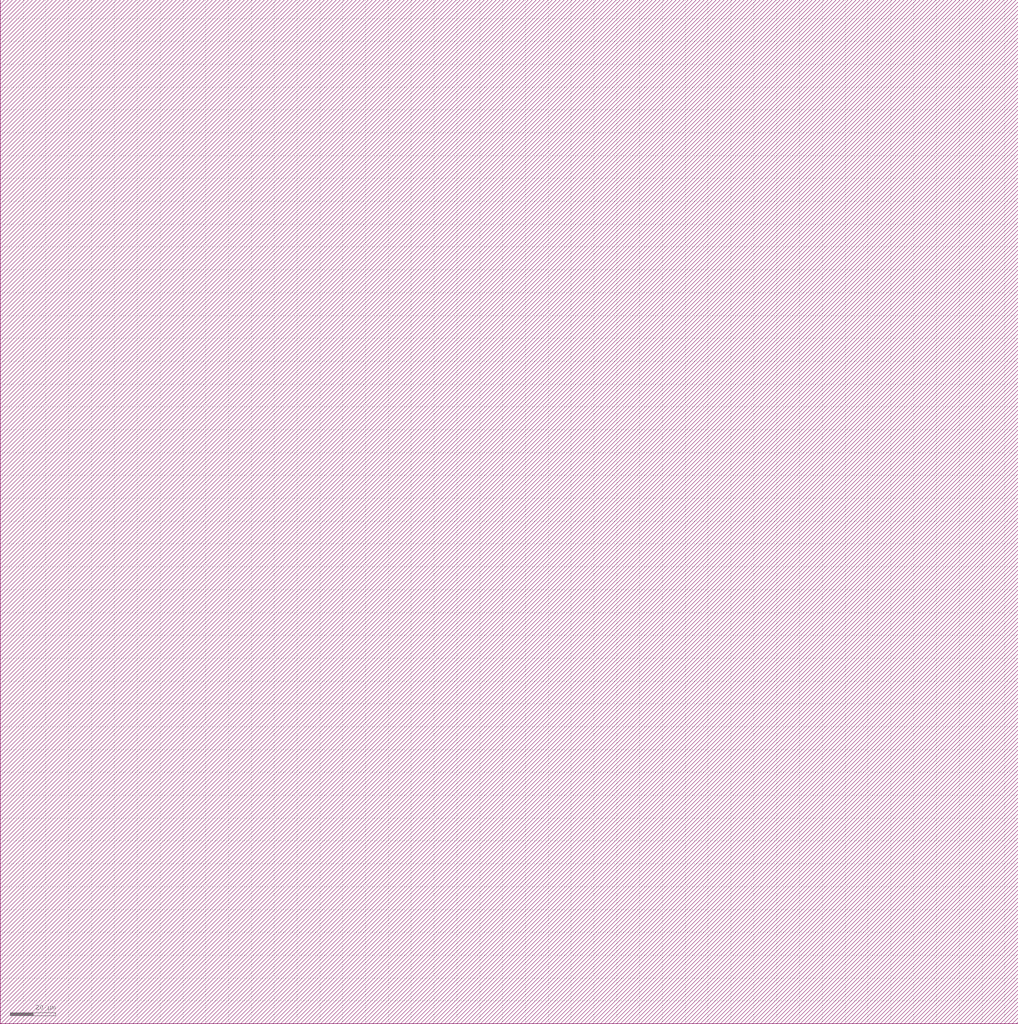
<source format=lef>
VERSION 5.6 ;

BUSBITCHARS "[]" ;

DIVIDERCHAR "/" ;

UNITS
    DATABASE MICRONS 1000 ;
END UNITS

MANUFACTURINGGRID 0.005000 ; 

CLEARANCEMEASURE EUCLIDEAN ; 

USEMINSPACING OBS ON ; 

SITE CoreSite
    CLASS CORE ;
    SIZE 0.600000 BY 0.300000 ;
END CoreSite

LAYER li1
   TYPE ROUTING ;
   DIRECTION VERTICAL ;
   MINWIDTH 0.300000 ;
   AREA 0.056250 ;
   WIDTH 0.300000 ;
   SPACINGTABLE
      PARALLELRUNLENGTH 0.0
      WIDTH 0.0 0.225000 ;
   PITCH 0.600000 0.600000 ;
END li1

LAYER mcon
    TYPE CUT ;
    SPACING 0.225000 ;
    WIDTH 0.300000 ;
    ENCLOSURE ABOVE 0.075000 0.075000 ;
    ENCLOSURE BELOW 0.000000 0.000000 ;
END mcon

LAYER met1
   TYPE ROUTING ;
   DIRECTION HORIZONTAL ;
   MINWIDTH 0.150000 ;
   AREA 0.084375 ;
   WIDTH 0.150000 ;
   SPACINGTABLE
      PARALLELRUNLENGTH 0.0
      WIDTH 0.0 0.150000 ;
   PITCH 0.300000 0.300000 ;
END met1

LAYER v1
    TYPE CUT ;
    SPACING 0.075000 ;
    WIDTH 0.300000 ;
    ENCLOSURE ABOVE 0.075000 0.075000 ;
    ENCLOSURE BELOW 0.075000 0.075000 ;
END v1

LAYER met2
   TYPE ROUTING ;
   DIRECTION VERTICAL ;
   MINWIDTH 0.150000 ;
   AREA 0.073125 ;
   WIDTH 0.150000 ;
   SPACINGTABLE
      PARALLELRUNLENGTH 0.0
      WIDTH 0.0 0.150000 ;
   PITCH 0.300000 0.300000 ;
END met2

LAYER v2
    TYPE CUT ;
    SPACING 0.150000 ;
    WIDTH 0.300000 ;
    ENCLOSURE ABOVE 0.075000 0.075000 ;
    ENCLOSURE BELOW 0.075000 0.000000 ;
END v2

LAYER met3
   TYPE ROUTING ;
   DIRECTION HORIZONTAL ;
   MINWIDTH 0.300000 ;
   AREA 0.241875 ;
   WIDTH 0.300000 ;
   SPACINGTABLE
      PARALLELRUNLENGTH 0.0
      WIDTH 0.0 0.300000 ;
   PITCH 0.600000 0.600000 ;
END met3

LAYER v3
    TYPE CUT ;
    SPACING 0.150000 ;
    WIDTH 0.450000 ;
    ENCLOSURE ABOVE 0.075000 0.075000 ;
    ENCLOSURE BELOW 0.075000 0.000000 ;
END v3

LAYER met4
   TYPE ROUTING ;
   DIRECTION VERTICAL ;
   MINWIDTH 0.300000 ;
   AREA 0.241875 ;
   WIDTH 0.300000 ;
   SPACINGTABLE
      PARALLELRUNLENGTH 0.0
      WIDTH 0.0 0.300000 ;
   PITCH 0.600000 0.600000 ;
END met4

LAYER v4
    TYPE CUT ;
    SPACING 0.450000 ;
    WIDTH 1.200000 ;
    ENCLOSURE ABOVE 0.150000 0.150000 ;
    ENCLOSURE BELOW 0.000000 0.000000 ;
END v4

LAYER met5
   TYPE ROUTING ;
   DIRECTION HORIZONTAL ;
   MINWIDTH 1.650000 ;
   AREA 4.005000 ;
   WIDTH 1.650000 ;
   SPACINGTABLE
      PARALLELRUNLENGTH 0.0
      WIDTH 0.0 1.650000 ;
   PITCH 3.300000 3.300000 ;
END met5

LAYER OVERLAP
   TYPE OVERLAP ;
END OVERLAP

VIA mcon_C DEFAULT
   LAYER li1 ;
     RECT -0.150000 -0.150000 0.150000 0.150000 ;
   LAYER mcon ;
     RECT -0.150000 -0.150000 0.150000 0.150000 ;
   LAYER met1 ;
     RECT -0.225000 -0.225000 0.225000 0.225000 ;
END mcon_C

VIA v1_C DEFAULT
   LAYER met1 ;
     RECT -0.225000 -0.225000 0.225000 0.225000 ;
   LAYER v1 ;
     RECT -0.150000 -0.150000 0.150000 0.150000 ;
   LAYER met2 ;
     RECT -0.225000 -0.225000 0.225000 0.225000 ;
END v1_C

VIA v2_C DEFAULT
   LAYER met2 ;
     RECT -0.150000 -0.225000 0.150000 0.225000 ;
   LAYER v2 ;
     RECT -0.150000 -0.150000 0.150000 0.150000 ;
   LAYER met3 ;
     RECT -0.225000 -0.225000 0.225000 0.225000 ;
END v2_C

VIA v2_Ch
   LAYER met2 ;
     RECT -0.225000 -0.150000 0.225000 0.150000 ;
   LAYER v2 ;
     RECT -0.150000 -0.150000 0.150000 0.150000 ;
   LAYER met3 ;
     RECT -0.225000 -0.225000 0.225000 0.225000 ;
END v2_Ch

VIA v2_Cv
   LAYER met2 ;
     RECT -0.150000 -0.225000 0.150000 0.225000 ;
   LAYER v2 ;
     RECT -0.150000 -0.150000 0.150000 0.150000 ;
   LAYER met3 ;
     RECT -0.225000 -0.225000 0.225000 0.225000 ;
END v2_Cv

VIA v3_C DEFAULT
   LAYER met3 ;
     RECT -0.300000 -0.225000 0.300000 0.225000 ;
   LAYER v3 ;
     RECT -0.225000 -0.225000 0.225000 0.225000 ;
   LAYER met4 ;
     RECT -0.300000 -0.300000 0.300000 0.300000 ;
END v3_C

VIA v3_Ch
   LAYER met3 ;
     RECT -0.300000 -0.225000 0.300000 0.225000 ;
   LAYER v3 ;
     RECT -0.225000 -0.225000 0.225000 0.225000 ;
   LAYER met4 ;
     RECT -0.300000 -0.300000 0.300000 0.300000 ;
END v3_Ch

VIA v3_Cv
   LAYER met3 ;
     RECT -0.300000 -0.225000 0.300000 0.225000 ;
   LAYER v3 ;
     RECT -0.225000 -0.225000 0.225000 0.225000 ;
   LAYER met4 ;
     RECT -0.300000 -0.300000 0.300000 0.300000 ;
END v3_Cv

VIA v4_C DEFAULT
   LAYER met4 ;
     RECT -0.600000 -0.600000 0.600000 0.600000 ;
   LAYER v4 ;
     RECT -0.600000 -0.600000 0.600000 0.600000 ;
   LAYER met5 ;
     RECT -0.750000 -0.750000 0.750000 0.750000 ;
END v4_C

MACRO _0_0std_0_0cells_0_0MUX2X1
    CLASS CORE ;
    FOREIGN _0_0std_0_0cells_0_0MUX2X1 0.000000 0.000000 ;
    ORIGIN 0.000000 0.000000 ;
    SIZE 8.400000 BY 9.000000 ;
    SYMMETRY X Y ;
    SITE CoreSite ;
    PIN A
        DIRECTION INPUT ;
        USE SIGNAL ;
        PORT
        LAYER li1 ;
        RECT 1.650000 8.625000 2.100000 8.700000 ;
        RECT 1.650000 8.325000 1.725000 8.625000 ;
        RECT 1.650000 8.250000 2.100000 8.325000 ;
        RECT 1.650000 4.950000 2.100000 5.025000 ;
        RECT 1.650000 4.650000 1.725000 4.950000 ;
        RECT 1.650000 4.575000 2.100000 4.650000 ;
        RECT 1.725000 8.325000 2.025000 8.625000 ;
        RECT 1.725000 4.650000 2.025000 4.950000 ;
        RECT 2.025000 8.325000 2.100000 8.625000 ;
        RECT 2.025000 4.650000 2.100000 4.950000 ;
        RECT 1.800000 4.500000 2.100000 4.575000 ;
        LAYER mcon ;
        RECT 1.725000 8.325000 2.025000 8.625000 ;
        RECT 1.725000 4.650000 2.025000 4.950000 ;
        LAYER met1 ;
        RECT 1.650000 8.625000 2.100000 8.700000 ;
        RECT 1.650000 8.325000 1.725000 8.625000 ;
        RECT 1.650000 4.950000 2.100000 8.325000 ;
        RECT 1.650000 4.650000 1.725000 4.950000 ;
        RECT 1.650000 4.575000 2.100000 4.650000 ;
        RECT 1.725000 8.325000 2.025000 8.625000 ;
        RECT 1.725000 4.650000 2.025000 4.950000 ;
        RECT 2.025000 8.325000 2.100000 8.625000 ;
        RECT 2.025000 4.650000 2.100000 4.950000 ;
        END
        ANTENNAGATEAREA 0.281250 ;
    END A
    PIN B
        DIRECTION INPUT ;
        USE SIGNAL ;
        PORT
        LAYER li1 ;
        RECT 3.000000 6.075000 4.650000 6.375000 ;
        RECT 3.000000 4.800000 3.300000 6.075000 ;
        RECT 3.000000 4.575000 3.075000 4.800000 ;
        RECT 3.000000 4.500000 3.300000 4.575000 ;
        RECT 4.650000 6.075000 4.950000 6.375000 ;
        RECT 3.075000 4.575000 3.300000 4.800000 ;
        RECT 3.000000 8.625000 3.375000 8.700000 ;
        RECT 3.000000 8.400000 3.075000 8.625000 ;
        RECT 3.000000 8.325000 3.375000 8.400000 ;
        RECT 4.950000 6.075000 5.025000 6.375000 ;
        RECT 3.075000 8.400000 3.300000 8.625000 ;
        RECT 3.300000 8.400000 3.375000 8.625000 ;
        RECT 4.575000 6.375000 5.025000 6.450000 ;
        RECT 4.575000 6.000000 5.025000 6.075000 ;
        LAYER mcon ;
        RECT 3.075000 8.400000 3.300000 8.625000 ;
        RECT 3.075000 4.575000 3.300000 4.800000 ;
        LAYER met1 ;
        RECT 3.000000 8.625000 3.375000 8.700000 ;
        RECT 3.000000 8.400000 3.075000 8.625000 ;
        RECT 3.000000 4.800000 3.375000 8.400000 ;
        RECT 3.000000 4.575000 3.075000 4.800000 ;
        RECT 3.000000 4.500000 3.375000 4.575000 ;
        RECT 3.075000 8.400000 3.300000 8.625000 ;
        RECT 3.075000 4.575000 3.300000 4.800000 ;
        RECT 3.300000 8.400000 3.375000 8.625000 ;
        RECT 3.300000 4.575000 3.375000 4.800000 ;
        END
        ANTENNAGATEAREA 0.281250 ;
    END B
    PIN S
        DIRECTION INPUT ;
        USE SIGNAL ;
        PORT
        LAYER li1 ;
        RECT 3.975000 5.100000 4.425000 5.175000 ;
        RECT 3.975000 4.800000 4.050000 5.100000 ;
        RECT 3.975000 4.725000 4.500000 4.800000 ;
        RECT 4.200000 4.500000 4.500000 4.725000 ;
        RECT 4.050000 4.800000 4.350000 5.100000 ;
        RECT 3.975000 8.625000 4.425000 8.700000 ;
        RECT 3.975000 8.325000 4.050000 8.625000 ;
        RECT 3.975000 8.250000 4.425000 8.325000 ;
        RECT 4.350000 4.800000 4.425000 5.100000 ;
        RECT 4.050000 8.325000 4.350000 8.625000 ;
        RECT 4.350000 8.325000 4.425000 8.625000 ;
        LAYER mcon ;
        RECT 4.050000 8.325000 4.350000 8.625000 ;
        RECT 4.050000 4.800000 4.350000 5.100000 ;
        LAYER met1 ;
        RECT 3.975000 8.625000 4.425000 8.700000 ;
        RECT 3.975000 8.325000 4.050000 8.625000 ;
        RECT 3.975000 5.100000 4.425000 8.325000 ;
        RECT 3.975000 4.800000 4.050000 5.100000 ;
        RECT 3.975000 4.725000 4.425000 4.800000 ;
        RECT 4.050000 8.325000 4.350000 8.625000 ;
        RECT 4.050000 4.800000 4.350000 5.100000 ;
        RECT 4.350000 8.325000 4.425000 8.625000 ;
        RECT 4.350000 4.800000 4.425000 5.100000 ;
        END
        ANTENNAGATEAREA 0.438750 ;
    END S
    PIN Y
        DIRECTION OUTPUT ;
        USE SIGNAL ;
        PORT
        LAYER li1 ;
        RECT 0.675000 1.050000 3.225000 1.275000 ;
        RECT 0.675000 0.975000 1.875000 1.050000 ;
        RECT 2.850000 2.025000 3.225000 2.100000 ;
        RECT 2.850000 2.325000 3.300000 2.400000 ;
        RECT 2.850000 2.100000 2.925000 2.325000 ;
        RECT 2.925000 2.100000 3.150000 2.325000 ;
        RECT 3.000000 1.275000 3.225000 2.025000 ;
        RECT 3.150000 2.175000 3.300000 2.325000 ;
        RECT 3.150000 2.100000 3.225000 2.175000 ;
        RECT 3.075000 2.850000 3.675000 3.000000 ;
        RECT 3.075000 2.775000 3.525000 2.850000 ;
        RECT 3.075000 2.400000 3.300000 2.775000 ;
        RECT 3.300000 3.000000 3.675000 3.075000 ;
        RECT 3.450000 3.375000 3.825000 3.600000 ;
        RECT 3.450000 3.300000 4.125000 3.375000 ;
        RECT 3.450000 3.075000 3.675000 3.300000 ;
        RECT 3.825000 3.375000 4.050000 3.600000 ;
        RECT 3.750000 3.600000 4.125000 3.675000 ;
        RECT 4.050000 3.375000 4.125000 3.600000 ;
        RECT 5.850000 2.625000 6.225000 2.700000 ;
        RECT 5.850000 2.400000 5.925000 2.625000 ;
        RECT 5.850000 2.325000 6.225000 2.400000 ;
        RECT 5.925000 2.400000 6.150000 2.625000 ;
        RECT 6.150000 2.400000 6.225000 2.625000 ;
        RECT 6.525000 3.900000 6.900000 3.975000 ;
        RECT 6.525000 3.675000 6.600000 3.900000 ;
        RECT 6.525000 3.600000 6.900000 3.675000 ;
        RECT 6.600000 3.675000 6.825000 3.900000 ;
        RECT 6.825000 3.675000 6.900000 3.900000 ;
        LAYER mcon ;
        RECT 3.825000 3.375000 4.050000 3.600000 ;
        RECT 5.925000 2.400000 6.150000 2.625000 ;
        RECT 6.600000 3.675000 6.825000 3.900000 ;
        LAYER met1 ;
        RECT 3.750000 3.600000 4.125000 3.675000 ;
        RECT 3.750000 3.375000 3.825000 3.600000 ;
        RECT 3.750000 3.300000 4.125000 3.375000 ;
        RECT 3.825000 3.975000 4.275000 4.050000 ;
        RECT 3.825000 3.900000 6.900000 3.975000 ;
        RECT 3.825000 3.825000 6.600000 3.900000 ;
        RECT 3.825000 3.675000 4.050000 3.825000 ;
        RECT 3.825000 3.375000 4.050000 3.600000 ;
        RECT 4.050000 3.375000 4.125000 3.600000 ;
        RECT 4.275000 3.750000 6.600000 3.825000 ;
        RECT 5.850000 2.625000 6.225000 2.700000 ;
        RECT 5.850000 2.400000 5.925000 2.625000 ;
        RECT 5.850000 2.325000 6.225000 2.400000 ;
        RECT 5.925000 2.925000 6.825000 3.075000 ;
        RECT 5.925000 2.700000 6.150000 2.925000 ;
        RECT 5.925000 2.400000 6.150000 2.625000 ;
        RECT 6.150000 2.400000 6.225000 2.625000 ;
        RECT 6.525000 3.675000 6.600000 3.750000 ;
        RECT 6.525000 3.600000 6.900000 3.675000 ;
        RECT 6.600000 3.675000 6.825000 3.900000 ;
        RECT 6.825000 3.675000 6.900000 3.900000 ;
        RECT 6.675000 3.075000 6.825000 3.600000 ;
        END
        ANTENNADIFFAREA 1.575000 ;
    END Y
    PIN Vdd
        DIRECTION INPUT ;
        USE POWER ;
        PORT
        LAYER li1 ;
        RECT 2.400000 3.750000 2.625000 6.825000 ;
        RECT 2.400000 3.525000 2.625000 3.750000 ;
        RECT 2.400000 3.450000 2.625000 3.525000 ;
        RECT 2.400000 6.825000 5.700000 7.050000 ;
        RECT 4.950000 4.200000 5.325000 4.275000 ;
        RECT 4.950000 3.975000 5.025000 4.200000 ;
        RECT 4.950000 3.900000 5.325000 3.975000 ;
        RECT 5.025000 3.975000 5.250000 4.200000 ;
        RECT 5.100000 4.500000 5.700000 4.800000 ;
        RECT 5.100000 4.275000 5.325000 4.500000 ;
        RECT 5.250000 3.975000 5.325000 4.200000 ;
        RECT 5.400000 6.525000 5.700000 6.825000 ;
        RECT 5.400000 6.150000 5.700000 6.525000 ;
        RECT 5.475000 4.800000 5.700000 6.150000 ;
        RECT 5.325000 8.400000 5.775000 8.475000 ;
        RECT 5.325000 8.100000 5.400000 8.400000 ;
        RECT 5.325000 8.025000 5.775000 8.100000 ;
        RECT 5.400000 8.100000 5.700000 8.400000 ;
        RECT 5.700000 8.100000 5.775000 8.400000 ;
        LAYER mcon ;
        RECT 5.400000 8.100000 5.700000 8.400000 ;
        RECT 5.400000 6.525000 5.700000 6.825000 ;
        LAYER met1 ;
        RECT 5.325000 8.400000 5.775000 8.475000 ;
        RECT 5.325000 8.100000 5.400000 8.400000 ;
        RECT 5.325000 6.825000 5.775000 8.100000 ;
        RECT 5.325000 6.525000 5.400000 6.825000 ;
        RECT 5.325000 6.450000 5.775000 6.525000 ;
        RECT 5.400000 8.100000 5.700000 8.400000 ;
        RECT 5.400000 6.525000 5.700000 6.825000 ;
        RECT 5.700000 8.100000 5.775000 8.400000 ;
        RECT 5.700000 6.525000 5.775000 6.825000 ;
        END
        ANTENNADIFFAREA 0.804375 ;
    END Vdd
    PIN GND
        DIRECTION INPUT ;
        USE GROUND ;
        PORT
        LAYER li1 ;
        RECT 1.725000 2.325000 2.100000 2.400000 ;
        RECT 1.725000 2.100000 1.800000 2.325000 ;
        RECT 1.725000 2.025000 2.100000 2.100000 ;
        RECT 1.800000 2.100000 2.025000 2.325000 ;
        RECT 2.025000 2.100000 2.100000 2.325000 ;
        RECT 4.350000 2.250000 4.725000 2.325000 ;
        RECT 4.350000 2.025000 4.425000 2.250000 ;
        RECT 4.350000 1.950000 4.725000 2.025000 ;
        RECT 4.425000 2.025000 4.650000 2.250000 ;
        RECT 4.650000 2.025000 4.725000 2.250000 ;
        RECT 7.575000 4.800000 8.025000 4.875000 ;
        RECT 6.600000 4.500000 7.650000 4.800000 ;
        RECT 7.650000 4.500000 7.950000 4.800000 ;
        RECT 7.950000 4.500000 8.025000 4.800000 ;
        RECT 7.575000 4.425000 8.025000 4.500000 ;
        LAYER mcon ;
        RECT 1.800000 2.100000 2.025000 2.325000 ;
        RECT 4.425000 2.025000 4.650000 2.250000 ;
        RECT 7.650000 4.500000 7.950000 4.800000 ;
        LAYER met1 ;
        RECT 0.975000 2.325000 2.100000 2.400000 ;
        RECT 0.975000 2.100000 1.800000 2.325000 ;
        RECT 0.975000 0.450000 1.275000 2.100000 ;
        RECT 0.975000 0.225000 7.950000 0.450000 ;
        RECT 1.800000 2.100000 2.025000 2.325000 ;
        RECT 2.025000 2.100000 2.100000 2.325000 ;
        RECT 1.725000 2.025000 2.100000 2.100000 ;
        RECT 4.350000 2.250000 4.725000 2.325000 ;
        RECT 4.350000 2.025000 4.425000 2.250000 ;
        RECT 4.350000 1.950000 4.725000 2.025000 ;
        RECT 4.425000 2.025000 4.650000 2.250000 ;
        RECT 4.425000 0.450000 4.650000 1.950000 ;
        RECT 4.650000 2.025000 4.725000 2.250000 ;
        RECT 7.650000 0.450000 7.950000 4.425000 ;
        RECT 7.575000 4.800000 8.025000 4.875000 ;
        RECT 7.575000 4.500000 7.650000 4.800000 ;
        RECT 7.575000 4.425000 8.025000 4.500000 ;
        RECT 7.650000 4.500000 7.950000 4.800000 ;
        RECT 7.950000 4.500000 8.025000 4.800000 ;
        END
        ANTENNADIFFAREA 0.708750 ;
    END GND
    OBS
        LAYER li1 ;
        RECT 1.050000 7.275000 6.225000 7.500000 ;
        RECT 1.050000 3.825000 1.275000 7.275000 ;
        RECT 1.050000 3.600000 1.575000 3.825000 ;
        RECT 1.575000 3.600000 1.875000 3.900000 ;
        RECT 1.500000 3.525000 1.950000 3.600000 ;
        RECT 1.500000 3.900000 1.950000 3.975000 ;
        RECT 1.500000 3.825000 1.575000 3.900000 ;
        RECT 1.875000 3.600000 1.950000 3.900000 ;
        RECT 3.000000 3.750000 3.225000 3.825000 ;
        RECT 3.000000 3.525000 3.225000 3.750000 ;
        RECT 3.000000 3.450000 3.225000 3.525000 ;
        RECT 3.600000 1.125000 3.975000 1.200000 ;
        RECT 3.600000 0.900000 3.675000 1.125000 ;
        RECT 3.600000 0.825000 3.975000 0.900000 ;
        RECT 3.675000 2.325000 3.750000 2.550000 ;
        RECT 3.675000 0.900000 3.900000 1.125000 ;
        RECT 3.750000 2.550000 3.975000 2.625000 ;
        RECT 3.750000 2.325000 3.975000 2.550000 ;
        RECT 3.750000 1.200000 3.975000 2.325000 ;
        RECT 3.900000 0.900000 6.150000 1.125000 ;
        RECT 5.025000 2.325000 5.325000 2.400000 ;
        RECT 5.025000 2.100000 5.100000 2.325000 ;
        RECT 5.025000 2.025000 5.400000 2.100000 ;
        RECT 5.100000 2.100000 5.325000 2.325000 ;
        RECT 5.325000 2.100000 5.400000 2.325000 ;
        RECT 5.850000 3.600000 6.225000 3.675000 ;
        RECT 5.850000 3.375000 5.925000 3.600000 ;
        RECT 5.850000 3.300000 6.225000 3.375000 ;
        RECT 6.000000 4.800000 6.225000 7.275000 ;
        RECT 5.925000 4.575000 6.225000 4.800000 ;
        RECT 5.925000 3.675000 6.150000 4.575000 ;
        RECT 5.925000 3.375000 6.150000 3.600000 ;
        RECT 6.150000 3.375000 6.225000 3.600000 ;
        RECT 6.075000 1.125000 6.525000 1.200000 ;
        RECT 6.600000 2.475000 6.975000 2.550000 ;
        RECT 6.075000 0.825000 6.150000 0.900000 ;
        RECT 6.075000 0.750000 6.525000 0.825000 ;
        RECT 6.150000 0.825000 6.450000 1.125000 ;
        RECT 6.450000 0.825000 6.525000 1.125000 ;
        RECT 6.600000 2.250000 6.675000 2.475000 ;
        RECT 6.600000 2.175000 6.975000 2.250000 ;
        RECT 6.675000 2.250000 6.900000 2.475000 ;
        RECT 6.900000 2.250000 6.975000 2.475000 ;
        LAYER met1 ;
        RECT 2.925000 3.750000 3.300000 3.825000 ;
        RECT 2.925000 3.525000 3.000000 3.750000 ;
        RECT 2.925000 3.450000 3.300000 3.525000 ;
        RECT 3.075000 1.200000 3.300000 3.450000 ;
        RECT 3.075000 1.125000 3.975000 1.200000 ;
        RECT 3.075000 0.900000 3.675000 1.125000 ;
        RECT 3.000000 3.525000 3.225000 3.750000 ;
        RECT 3.675000 0.900000 3.900000 1.125000 ;
        RECT 3.225000 3.525000 3.300000 3.750000 ;
        RECT 3.900000 0.900000 3.975000 1.125000 ;
        RECT 3.600000 0.825000 3.975000 0.900000 ;
        RECT 5.025000 2.325000 5.400000 2.400000 ;
        RECT 5.025000 2.100000 5.100000 2.325000 ;
        RECT 5.025000 2.025000 5.400000 2.100000 ;
        RECT 5.100000 2.100000 5.325000 2.325000 ;
        RECT 5.325000 2.250000 6.675000 2.325000 ;
        RECT 5.325000 2.175000 6.975000 2.250000 ;
        RECT 5.325000 2.100000 5.400000 2.175000 ;
        RECT 6.675000 2.250000 6.900000 2.475000 ;
        RECT 6.900000 2.250000 6.975000 2.475000 ;
        RECT 6.600000 2.475000 6.975000 2.550000 ;
        RECT 6.600000 2.325000 6.675000 2.475000 ;
    END
END _0_0std_0_0cells_0_0MUX2X1

MACRO welltap_svt
    CLASS CORE WELLTAP ;
    FOREIGN welltap_svt 0.000000 0.000000 ;
    ORIGIN 0.000000 0.000000 ;
    SIZE 1.200000 BY 2.100000 ;
    SYMMETRY X Y ;
    SITE CoreSite ;
    PIN Vdd
        DIRECTION INPUT ;
        USE POWER ;
        PORT
        LAYER li1 ;
        RECT 0.600000 1.500000 0.900000 1.800000 ;
        END
    END Vdd
    PIN GND
        DIRECTION INPUT ;
        USE GROUND ;
        PORT
        LAYER li1 ;
        RECT 0.600000 0.300000 0.900000 0.600000 ;
        END
    END GND
END welltap_svt

MACRO circuitppnp
   CLASS CORE ;
   FOREIGN circuitppnp 0.000000 0.000000 ;
   ORIGIN 0.000000 0.000000 ; 
   SIZE 445.800000 BY 448.200000 ; 
   SYMMETRY X Y ;
   SITE CoreSite ;
END circuitppnp

MACRO circuitwell
   CLASS CORE ;
   FOREIGN circuitwell 0.000000 0.000000 ;
   ORIGIN 0.000000 0.000000 ; 
   SIZE 445.800000 BY 448.200000 ; 
   SYMMETRY X Y ;
   SITE CoreSite ;
END circuitwell


</source>
